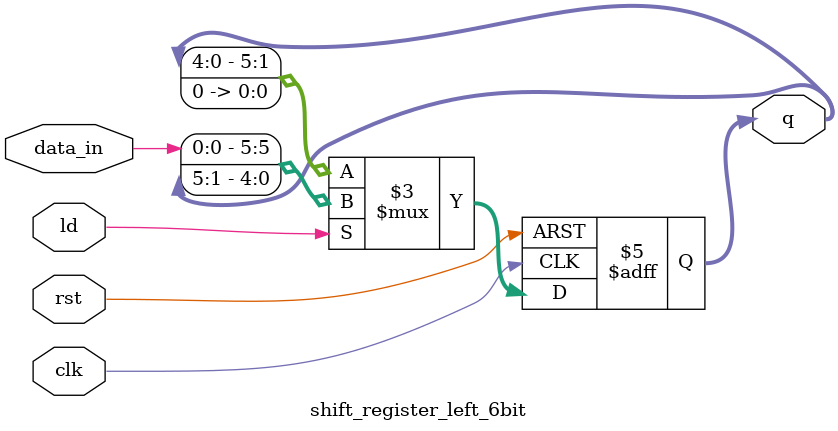
<source format=v>
module shift_register_left_6bit(
    input clk,
    input rst,
    input ld, 
    input data_in, 
    output reg [5:0] q
);
    always @(posedge clk or posedge rst) begin
        if (rst)
            q <= 6'b0;
        else if (ld)
            q <= {data_in, q[5:1]};
        else
            q <= {q[4:0], 1'b0};
    end
endmodule //end Guia_1401
</source>
